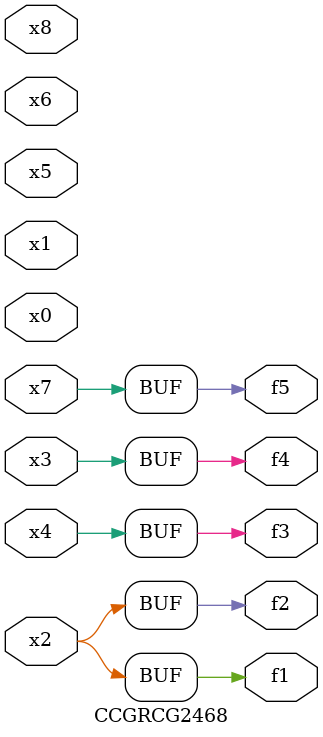
<source format=v>
module CCGRCG2468(
	input x0, x1, x2, x3, x4, x5, x6, x7, x8,
	output f1, f2, f3, f4, f5
);
	assign f1 = x2;
	assign f2 = x2;
	assign f3 = x4;
	assign f4 = x3;
	assign f5 = x7;
endmodule

</source>
